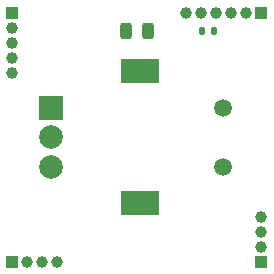
<source format=gts>
%TF.GenerationSoftware,KiCad,Pcbnew,9.0.5-1.fc42*%
%TF.CreationDate,2025-12-03T05:13:32+01:00*%
%TF.ProjectId,Block-RotaryEncoder,426c6f63-6b2d-4526-9f74-617279456e63,1*%
%TF.SameCoordinates,Original*%
%TF.FileFunction,Soldermask,Top*%
%TF.FilePolarity,Negative*%
%FSLAX46Y46*%
G04 Gerber Fmt 4.6, Leading zero omitted, Abs format (unit mm)*
G04 Created by KiCad (PCBNEW 9.0.5-1.fc42) date 2025-12-03 05:13:32*
%MOMM*%
%LPD*%
G01*
G04 APERTURE LIST*
G04 Aperture macros list*
%AMRoundRect*
0 Rectangle with rounded corners*
0 $1 Rounding radius*
0 $2 $3 $4 $5 $6 $7 $8 $9 X,Y pos of 4 corners*
0 Add a 4 corners polygon primitive as box body*
4,1,4,$2,$3,$4,$5,$6,$7,$8,$9,$2,$3,0*
0 Add four circle primitives for the rounded corners*
1,1,$1+$1,$2,$3*
1,1,$1+$1,$4,$5*
1,1,$1+$1,$6,$7*
1,1,$1+$1,$8,$9*
0 Add four rect primitives between the rounded corners*
20,1,$1+$1,$2,$3,$4,$5,0*
20,1,$1+$1,$4,$5,$6,$7,0*
20,1,$1+$1,$6,$7,$8,$9,0*
20,1,$1+$1,$8,$9,$2,$3,0*%
G04 Aperture macros list end*
%ADD10C,1.500000*%
%ADD11R,2.000000X2.000000*%
%ADD12C,2.000000*%
%ADD13R,3.200000X2.000000*%
%ADD14RoundRect,0.243750X-0.243750X-0.456250X0.243750X-0.456250X0.243750X0.456250X-0.243750X0.456250X0*%
%ADD15RoundRect,0.135000X0.135000X0.185000X-0.135000X0.185000X-0.135000X-0.185000X0.135000X-0.185000X0*%
%ADD16R,1.000000X1.000000*%
%ADD17C,1.000000*%
G04 APERTURE END LIST*
D10*
%TO.C,SW1*%
X146315000Y-111165000D03*
X146315000Y-116165000D03*
D11*
X131815000Y-111165000D03*
D12*
X131815000Y-116165000D03*
X131815000Y-113665000D03*
D13*
X139315000Y-108065000D03*
X139315000Y-119265000D03*
%TD*%
D14*
%TO.C,D1*%
X138127500Y-104698800D03*
X140002500Y-104698800D03*
%TD*%
D15*
%TO.C,R1*%
X145571400Y-104698800D03*
X144551400Y-104698800D03*
%TD*%
D16*
%TO.C,J4*%
X128525000Y-124205000D03*
D17*
X129795000Y-124205000D03*
X131065000Y-124205000D03*
X132335000Y-124205000D03*
%TD*%
D16*
%TO.C,J2*%
X149605000Y-124205000D03*
D17*
X149605000Y-122935000D03*
X149605000Y-121665000D03*
X149605000Y-120395000D03*
%TD*%
D16*
%TO.C,J1*%
X128525000Y-103125000D03*
D17*
X128525000Y-104395000D03*
X128525000Y-105665000D03*
X128525000Y-106935000D03*
X128525000Y-108205000D03*
%TD*%
D16*
%TO.C,J3*%
X149605000Y-103125000D03*
D17*
X148335000Y-103125000D03*
X147065000Y-103125000D03*
X145795000Y-103125000D03*
X144525000Y-103125000D03*
X143255000Y-103125000D03*
%TD*%
M02*

</source>
